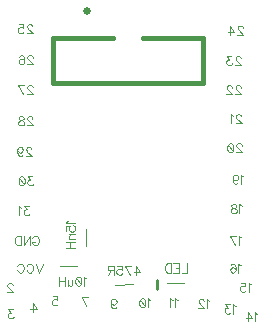
<source format=gbr>
G04 DipTrace 3.1.0.1*
G04 BottomSilk.gbr*
%MOIN*%
G04 #@! TF.FileFunction,Legend,Bot*
G04 #@! TF.Part,Single*
%ADD10C,0.009843*%
%ADD17C,0.003937*%
%ADD22C,0.025*%
%ADD23C,0.015748*%
%ADD55C,0.004632*%
%FSLAX26Y26*%
G04*
G70*
G90*
G75*
G01*
G04 BotSilk*
%LPD*%
D22*
X1151083Y2111912D3*
X1238583Y2024398D2*
D23*
X1038583D1*
Y1874395D1*
X1538583D1*
Y2024398D1*
X1338583D1*
X1383465Y1217717D2*
D10*
Y1186220D1*
X1061024Y1263386D2*
D17*
X1119685Y1263780D1*
X1147638Y1387402D2*
X1148031Y1328740D1*
X1416929Y1205118D2*
X1475591Y1205512D1*
X1245669Y1200787D2*
X1304331Y1201181D1*
X1670397Y2057277D2*
D55*
Y2058703D1*
X1668971Y2061588D1*
X1667545Y2063014D1*
X1664660Y2064440D1*
X1658923D1*
X1656071Y2063014D1*
X1654645Y2061588D1*
X1653186Y2058703D1*
Y2055851D1*
X1654645Y2052966D1*
X1657497Y2048688D1*
X1671856Y2034329D1*
X1651760D1*
X1628138D2*
Y2064440D1*
X1642497Y2044377D1*
X1620975D1*
X1663853Y1955308D2*
Y1956734D1*
X1662427Y1959620D1*
X1661001Y1961045D1*
X1658116Y1962471D1*
X1652379D1*
X1649527Y1961045D1*
X1648101Y1959620D1*
X1646642Y1956734D1*
Y1953883D1*
X1648101Y1950997D1*
X1650953Y1946720D1*
X1665312Y1932361D1*
X1645216D1*
X1633068Y1962471D2*
X1617316D1*
X1625905Y1950997D1*
X1621594D1*
X1618742Y1949572D1*
X1617316Y1948146D1*
X1615857Y1943835D1*
Y1940983D1*
X1617316Y1936672D1*
X1620168Y1933787D1*
X1624479Y1932361D1*
X1628790D1*
X1633068Y1933787D1*
X1634493Y1935246D1*
X1635953Y1938098D1*
X1663853Y1857671D2*
Y1859097D1*
X1662427Y1861982D1*
X1661001Y1863408D1*
X1658116Y1864834D1*
X1652379D1*
X1649527Y1863408D1*
X1648101Y1861982D1*
X1646642Y1859097D1*
Y1856245D1*
X1648101Y1853360D1*
X1650953Y1849082D1*
X1665312Y1834723D1*
X1645216D1*
X1634493Y1857671D2*
Y1859097D1*
X1633068Y1861982D1*
X1631642Y1863408D1*
X1628756Y1864834D1*
X1623020D1*
X1620168Y1863408D1*
X1618742Y1861982D1*
X1617283Y1859097D1*
Y1856245D1*
X1618742Y1853360D1*
X1621594Y1849082D1*
X1635953Y1834723D1*
X1615857D1*
X1665126Y1761608D2*
Y1763034D1*
X1663700Y1765919D1*
X1662274Y1767345D1*
X1659389Y1768771D1*
X1653652D1*
X1650800Y1767345D1*
X1649375Y1765919D1*
X1647915Y1763034D1*
Y1760182D1*
X1649375Y1757297D1*
X1652226Y1753019D1*
X1666585Y1738660D1*
X1646489D1*
X1637226Y1763034D2*
X1634341Y1764493D1*
X1630030Y1768771D1*
Y1738660D1*
X1667003Y1664364D2*
Y1665790D1*
X1665577Y1668675D1*
X1664151Y1670101D1*
X1661266Y1671527D1*
X1655529D1*
X1652677Y1670101D1*
X1651251Y1668675D1*
X1649792Y1665790D1*
Y1662938D1*
X1651251Y1660053D1*
X1654103Y1655775D1*
X1668462Y1641416D1*
X1648366D1*
X1630480Y1671527D2*
X1634791Y1670101D1*
X1637676Y1665790D1*
X1639102Y1658627D1*
Y1654316D1*
X1637676Y1647153D1*
X1634791Y1642842D1*
X1630480Y1641416D1*
X1627628D1*
X1623317Y1642842D1*
X1620465Y1647153D1*
X1619006Y1654316D1*
Y1658627D1*
X1620465Y1665790D1*
X1623317Y1670101D1*
X1627628Y1671527D1*
X1630480D1*
X1620465Y1665790D2*
X1637676Y1647153D1*
X1671852Y1561853D2*
X1668967Y1563312D1*
X1664656Y1567590D1*
Y1537479D1*
X1636723Y1557575D2*
X1638182Y1553264D1*
X1641034Y1550379D1*
X1645345Y1548953D1*
X1646771D1*
X1651082Y1550379D1*
X1653934Y1553264D1*
X1655393Y1557575D1*
Y1559001D1*
X1653934Y1563312D1*
X1651082Y1566164D1*
X1646771Y1567590D1*
X1645345D1*
X1641034Y1566164D1*
X1638182Y1563312D1*
X1636723Y1557575D1*
Y1550379D1*
X1638182Y1543216D1*
X1641034Y1538905D1*
X1645345Y1537479D1*
X1648197D1*
X1652508Y1538905D1*
X1653934Y1541790D1*
X1666946Y1463034D2*
X1664061Y1464493D1*
X1659750Y1468771D1*
Y1438660D1*
X1643323Y1468771D2*
X1647601Y1467345D1*
X1649060Y1464493D1*
Y1461608D1*
X1647601Y1458756D1*
X1644749Y1457297D1*
X1639012Y1455871D1*
X1634701Y1454445D1*
X1631849Y1451560D1*
X1630423Y1448708D1*
Y1444397D1*
X1631849Y1441545D1*
X1633275Y1440086D1*
X1637586Y1438660D1*
X1643323D1*
X1647601Y1440086D1*
X1649060Y1441545D1*
X1650486Y1444397D1*
Y1448708D1*
X1649060Y1451560D1*
X1646175Y1454445D1*
X1641897Y1455871D1*
X1636160Y1457297D1*
X1633275Y1458756D1*
X1631849Y1461608D1*
Y1464493D1*
X1633275Y1467345D1*
X1637586Y1468771D1*
X1643323D1*
X1665798Y1358309D2*
X1662913Y1359768D1*
X1658602Y1364046D1*
Y1333935D1*
X1643601D2*
X1629242Y1364046D1*
X1649338D1*
X1663552Y1264608D2*
X1660666Y1266068D1*
X1656355Y1270345D1*
Y1240235D1*
X1629881Y1266068D2*
X1631307Y1268919D1*
X1635618Y1270345D1*
X1638470D1*
X1642781Y1268919D1*
X1645666Y1264608D1*
X1647092Y1257446D1*
Y1250283D1*
X1645666Y1244546D1*
X1642781Y1241661D1*
X1638470Y1240235D1*
X1637044D1*
X1632766Y1241661D1*
X1629881Y1244546D1*
X1628455Y1248857D1*
Y1250283D1*
X1629881Y1254594D1*
X1632766Y1257446D1*
X1637044Y1258871D1*
X1638470D1*
X1642781Y1257446D1*
X1645666Y1254594D1*
X1647092Y1250283D1*
X1697688Y1202010D2*
X1694803Y1203469D1*
X1690492Y1207747D1*
Y1177636D1*
X1664017Y1207747D2*
X1678343D1*
X1679769Y1194847D1*
X1678343Y1196273D1*
X1674032Y1197732D1*
X1669754D1*
X1665443Y1196273D1*
X1662558Y1193421D1*
X1661132Y1189110D1*
Y1186258D1*
X1662558Y1181947D1*
X1665443Y1179062D1*
X1669754Y1177636D1*
X1674032D1*
X1678343Y1179062D1*
X1679769Y1180521D1*
X1681228Y1183373D1*
X1718011Y1102404D2*
X1715126Y1103863D1*
X1710815Y1108141D1*
Y1078030D1*
X1687193D2*
Y1108141D1*
X1701552Y1088078D1*
X1680030D1*
X1646507Y1128782D2*
X1643622Y1130241D1*
X1639311Y1134519D1*
Y1104408D1*
X1627162Y1134519D2*
X1611410D1*
X1619999Y1123045D1*
X1615688D1*
X1612836Y1121619D1*
X1611410Y1120193D1*
X1609951Y1115882D1*
Y1113030D1*
X1611410Y1108719D1*
X1614262Y1105834D1*
X1618573Y1104408D1*
X1622884D1*
X1627162Y1105834D1*
X1628588Y1107293D1*
X1630047Y1110145D1*
X1558711Y1147679D2*
X1555826Y1149138D1*
X1551515Y1153416D1*
Y1123305D1*
X1540793Y1146253D2*
Y1147679D1*
X1539367Y1150564D1*
X1537941Y1151990D1*
X1535056Y1153416D1*
X1529319D1*
X1526467Y1151990D1*
X1525041Y1150564D1*
X1523582Y1147679D1*
Y1144827D1*
X1525041Y1141942D1*
X1527893Y1137664D1*
X1542252Y1123305D1*
X1522156D1*
X1453292Y1149648D2*
X1450407Y1151107D1*
X1446096Y1155385D1*
Y1125274D1*
X1436832Y1149648D2*
X1433947Y1151107D1*
X1429636Y1155385D1*
Y1125274D1*
X1362255Y1149254D2*
X1359370Y1150713D1*
X1355059Y1154991D1*
Y1124880D1*
X1337173Y1154991D2*
X1341484Y1153565D1*
X1344369Y1149254D1*
X1345795Y1142091D1*
Y1137780D1*
X1344369Y1130617D1*
X1341484Y1126306D1*
X1337173Y1124880D1*
X1334321D1*
X1330010Y1126306D1*
X1327158Y1130617D1*
X1325699Y1137780D1*
Y1142091D1*
X1327158Y1149254D1*
X1330010Y1153565D1*
X1334321Y1154991D1*
X1337173D1*
X1327158Y1149254D2*
X1344369Y1130617D1*
X1231605Y1143008D2*
X1233064Y1138697D1*
X1235916Y1135812D1*
X1240227Y1134386D1*
X1241653D1*
X1245964Y1135812D1*
X1248816Y1138697D1*
X1250275Y1143008D1*
Y1144434D1*
X1248816Y1148745D1*
X1245964Y1151597D1*
X1241653Y1153023D1*
X1240227D1*
X1235916Y1151597D1*
X1233064Y1148745D1*
X1231605Y1143008D1*
Y1135812D1*
X1233064Y1128649D1*
X1235916Y1124338D1*
X1240227Y1122912D1*
X1243079D1*
X1247390Y1124338D1*
X1248816Y1127223D1*
X1004158Y1270772D2*
X992684Y1240628D1*
X981210Y1270772D1*
X950424Y1263609D2*
X951850Y1266461D1*
X954735Y1269346D1*
X957587Y1270772D1*
X963324D1*
X966209Y1269346D1*
X969061Y1266461D1*
X970520Y1263609D1*
X971946Y1259298D1*
Y1252102D1*
X970520Y1247824D1*
X969061Y1244939D1*
X966209Y1242087D1*
X963324Y1240628D1*
X957587D1*
X954735Y1242087D1*
X951850Y1244939D1*
X950424Y1247824D1*
X919639Y1263609D2*
X921065Y1266461D1*
X923950Y1269346D1*
X926802Y1270772D1*
X932539D1*
X935424Y1269346D1*
X938276Y1266461D1*
X939735Y1263609D1*
X941161Y1259298D1*
Y1252102D1*
X939735Y1247824D1*
X938276Y1244939D1*
X935424Y1242087D1*
X932539Y1240628D1*
X926802D1*
X923950Y1242087D1*
X921065Y1244939D1*
X919639Y1247824D1*
X1149507Y1128424D2*
X1135148Y1158534D1*
X1155244D1*
X969458Y1355735D2*
X970884Y1358587D1*
X973769Y1361472D1*
X976620Y1362898D1*
X982357D1*
X985243Y1361472D1*
X988094Y1358587D1*
X989554Y1355735D1*
X990980Y1351424D1*
Y1344228D1*
X989554Y1339950D1*
X988094Y1337065D1*
X985243Y1334213D1*
X982357Y1332754D1*
X976620D1*
X973769Y1334213D1*
X970884Y1337065D1*
X969458Y1339950D1*
Y1344228D1*
X976620D1*
X940098Y1362898D2*
Y1332754D1*
X960194Y1362898D1*
Y1332754D1*
X930834Y1362898D2*
Y1332754D1*
X920786D1*
X916475Y1334213D1*
X913590Y1337065D1*
X912164Y1339950D1*
X910738Y1344228D1*
Y1351424D1*
X912164Y1355735D1*
X913590Y1358587D1*
X916475Y1361472D1*
X920786Y1362898D1*
X930834D1*
X1036852Y1161684D2*
X1051178D1*
X1052604Y1148784D1*
X1051178Y1150210D1*
X1046867Y1151669D1*
X1042589D1*
X1038278Y1150210D1*
X1035393Y1147358D1*
X1033967Y1143047D1*
Y1140195D1*
X1035393Y1135884D1*
X1038278Y1132999D1*
X1042589Y1131573D1*
X1046867D1*
X1051178Y1132999D1*
X1052604Y1134458D1*
X1054063Y1137310D1*
X969870Y1110313D2*
Y1140424D1*
X984229Y1120361D1*
X962707D1*
X904721Y1118377D2*
X888969D1*
X897558Y1106903D1*
X893247D1*
X890395Y1105477D1*
X888969Y1104051D1*
X887510Y1099740D1*
Y1096888D1*
X888969Y1092577D1*
X891821Y1089692D1*
X896132Y1088266D1*
X900443D1*
X904721Y1089692D1*
X906147Y1091151D1*
X907606Y1094003D1*
X903391Y1198222D2*
Y1199648D1*
X901965Y1202533D1*
X900539Y1203959D1*
X897654Y1205385D1*
X891917D1*
X889065Y1203959D1*
X887639Y1202533D1*
X886180Y1199648D1*
Y1196796D1*
X887639Y1193911D1*
X890491Y1189633D1*
X904850Y1175274D1*
X884754D1*
X958189Y1462865D2*
X942437D1*
X951026Y1451391D1*
X946715D1*
X943863Y1449965D1*
X942437Y1448539D1*
X940978Y1444228D1*
Y1441376D1*
X942437Y1437065D1*
X945289Y1434180D1*
X949600Y1432754D1*
X953911D1*
X958189Y1434180D1*
X959615Y1435639D1*
X961074Y1438491D1*
X931714Y1457128D2*
X928829Y1458587D1*
X924518Y1462865D1*
Y1432754D1*
X969753Y1561290D2*
X954001D1*
X962590Y1549816D1*
X958279D1*
X955427Y1548390D1*
X954001Y1546964D1*
X952542Y1542653D1*
Y1539802D1*
X954001Y1535490D1*
X956853Y1532605D1*
X961164Y1531179D1*
X965475D1*
X969753Y1532605D1*
X971178Y1534065D1*
X972638Y1536916D1*
X934656Y1561290D2*
X938967Y1559864D1*
X941852Y1555553D1*
X943278Y1548390D1*
Y1544079D1*
X941852Y1536916D1*
X938967Y1532605D1*
X934656Y1531179D1*
X931804D1*
X927493Y1532605D1*
X924641Y1536916D1*
X923182Y1544079D1*
Y1548390D1*
X924641Y1555553D1*
X927493Y1559864D1*
X931804Y1561290D1*
X934656D1*
X924641Y1555553D2*
X941852Y1536916D1*
X965577Y1652553D2*
Y1653979D1*
X964151Y1656864D1*
X962725Y1658290D1*
X959840Y1659716D1*
X954103D1*
X951251Y1658290D1*
X949825Y1656864D1*
X948366Y1653979D1*
Y1651127D1*
X949825Y1648242D1*
X952677Y1643964D1*
X967036Y1629605D1*
X946940D1*
X919006Y1649701D2*
X920465Y1645390D1*
X923317Y1642505D1*
X927628Y1641079D1*
X929054D1*
X933365Y1642505D1*
X936217Y1645390D1*
X937676Y1649701D1*
Y1651127D1*
X936217Y1655438D1*
X933365Y1658290D1*
X929054Y1659716D1*
X927628D1*
X923317Y1658290D1*
X920465Y1655438D1*
X919006Y1649701D1*
Y1642505D1*
X920465Y1635342D1*
X923317Y1631031D1*
X927628Y1629605D1*
X930480D1*
X934791Y1631031D1*
X936217Y1633916D1*
X969725Y1754127D2*
Y1755553D1*
X968299Y1758438D1*
X966873Y1759864D1*
X963988Y1761290D1*
X958251D1*
X955399Y1759864D1*
X953974Y1758438D1*
X952514Y1755553D1*
Y1752701D1*
X953974Y1749816D1*
X956825Y1745538D1*
X971184Y1731179D1*
X951088D1*
X934662Y1761290D2*
X938940Y1759864D1*
X940399Y1757012D1*
Y1754127D1*
X938940Y1751275D1*
X936088Y1749816D1*
X930351Y1748390D1*
X926040Y1746964D1*
X923188Y1744079D1*
X921762Y1741227D1*
Y1736916D1*
X923188Y1734065D1*
X924614Y1732605D1*
X928925Y1731179D1*
X934662D1*
X938940Y1732605D1*
X940399Y1734065D1*
X941825Y1736916D1*
Y1741227D1*
X940399Y1744079D1*
X937514Y1746964D1*
X933236Y1748390D1*
X927499Y1749816D1*
X924614Y1751275D1*
X923188Y1754127D1*
Y1757012D1*
X924614Y1759864D1*
X928925Y1761290D1*
X934662D1*
X970152Y1858064D2*
Y1859490D1*
X968726Y1862375D1*
X967300Y1863801D1*
X964415Y1865227D1*
X958678D1*
X955826Y1863801D1*
X954400Y1862375D1*
X952941Y1859490D1*
Y1856638D1*
X954400Y1853753D1*
X957252Y1849476D1*
X971611Y1835116D1*
X951515D1*
X936515D2*
X922156Y1865227D1*
X942252D1*
X970268Y1957671D2*
Y1959097D1*
X968842Y1961982D1*
X967416Y1963408D1*
X964531Y1964834D1*
X958794D1*
X955942Y1963408D1*
X954516Y1961982D1*
X953057Y1959097D1*
Y1956245D1*
X954516Y1953360D1*
X957368Y1949082D1*
X971727Y1934723D1*
X951631D1*
X925157Y1960556D2*
X926582Y1963408D1*
X930894Y1964834D1*
X933745D1*
X938056Y1963408D1*
X940942Y1959097D1*
X942367Y1951934D1*
Y1944771D1*
X940942Y1939034D1*
X938056Y1936149D1*
X933745Y1934723D1*
X932319D1*
X928042Y1936149D1*
X925157Y1939034D1*
X923731Y1943345D1*
Y1944771D1*
X925157Y1949082D1*
X928042Y1951934D1*
X932319Y1953360D1*
X933745D1*
X938056Y1951934D1*
X940942Y1949082D1*
X942367Y1944771D1*
X968971Y2062001D2*
Y2063427D1*
X967545Y2066312D1*
X966119Y2067738D1*
X963234Y2069164D1*
X957497D1*
X954645Y2067738D1*
X953219Y2066312D1*
X951760Y2063427D1*
Y2060575D1*
X953219Y2057690D1*
X956071Y2053413D1*
X970430Y2039053D1*
X950334D1*
X923860Y2069164D2*
X938186D1*
X939612Y2056264D1*
X938186Y2057690D1*
X933875Y2059149D1*
X929597D1*
X925286Y2057690D1*
X922401Y2054838D1*
X920975Y2050527D1*
Y2047676D1*
X922401Y2043365D1*
X925286Y2040479D1*
X929597Y2039053D1*
X933875D1*
X938186Y2040479D1*
X939612Y2041939D1*
X941071Y2044790D1*
X1484816Y1271166D2*
Y1241022D1*
X1467605D1*
X1439704Y1271166D2*
X1458341D1*
Y1241022D1*
X1439704D1*
X1458341Y1256807D2*
X1446867D1*
X1430441Y1271166D2*
Y1241022D1*
X1420393D1*
X1416082Y1242481D1*
X1413197Y1245333D1*
X1411771Y1248218D1*
X1410345Y1252496D1*
Y1259692D1*
X1411771Y1264003D1*
X1413197Y1266855D1*
X1416082Y1269740D1*
X1420393Y1271166D1*
X1430441D1*
X1315429Y1233148D2*
Y1263259D1*
X1329788Y1243196D1*
X1308266D1*
X1293265Y1233148D2*
X1278906Y1263259D1*
X1299002D1*
X1252432D2*
X1266758D1*
X1268184Y1250359D1*
X1266758Y1251785D1*
X1262447Y1253244D1*
X1258169D1*
X1253858Y1251785D1*
X1250973Y1248933D1*
X1249547Y1244622D1*
Y1241770D1*
X1250973Y1237459D1*
X1253858Y1234574D1*
X1258169Y1233148D1*
X1262447D1*
X1266758Y1234574D1*
X1268184Y1236033D1*
X1269643Y1238885D1*
X1240283Y1248933D2*
X1227383D1*
X1223072Y1250392D1*
X1221613Y1251818D1*
X1220187Y1254670D1*
Y1257555D1*
X1221613Y1260407D1*
X1223072Y1261866D1*
X1227383Y1263292D1*
X1240283D1*
Y1233148D1*
X1230235Y1248933D2*
X1220187Y1233148D1*
X1148946Y1221301D2*
X1146061Y1222760D1*
X1141750Y1227038D1*
Y1196928D1*
X1123865Y1227038D2*
X1128176Y1225612D1*
X1131061Y1221301D1*
X1132487Y1214138D1*
Y1209827D1*
X1131061Y1202664D1*
X1128176Y1198353D1*
X1123865Y1196928D1*
X1121013D1*
X1116702Y1198353D1*
X1113850Y1202664D1*
X1112391Y1209827D1*
Y1214138D1*
X1113850Y1221301D1*
X1116702Y1225612D1*
X1121013Y1227038D1*
X1123865D1*
X1113850Y1221301D2*
X1131061Y1202664D1*
X1103127Y1217024D2*
Y1202664D1*
X1101701Y1198387D1*
X1098816Y1196928D1*
X1094505D1*
X1091653Y1198387D1*
X1087342Y1202664D1*
Y1217024D2*
Y1196928D1*
X1078079Y1227072D2*
Y1196928D1*
X1057983Y1227072D2*
Y1196928D1*
X1078079Y1212712D2*
X1057983D1*
X1087238Y1414335D2*
X1085779Y1411450D1*
X1081501Y1407139D1*
X1111612D1*
X1081501Y1380664D2*
Y1394990D1*
X1094401Y1396416D1*
X1092975Y1394990D1*
X1091516Y1390679D1*
Y1386401D1*
X1092975Y1382090D1*
X1095827Y1379205D1*
X1100138Y1377779D1*
X1102990D1*
X1107301Y1379205D1*
X1110186Y1382090D1*
X1111612Y1386401D1*
Y1390679D1*
X1110186Y1394990D1*
X1108727Y1396416D1*
X1105875Y1397875D1*
X1091516Y1368516D2*
X1111612D1*
X1097253D2*
X1092942Y1364205D1*
X1091516Y1361319D1*
Y1357042D1*
X1092942Y1354157D1*
X1097253Y1352731D1*
X1111612D1*
X1081468Y1343467D2*
X1111612D1*
X1081468Y1323371D2*
X1111612D1*
X1095827Y1343467D2*
Y1323371D1*
M02*

</source>
